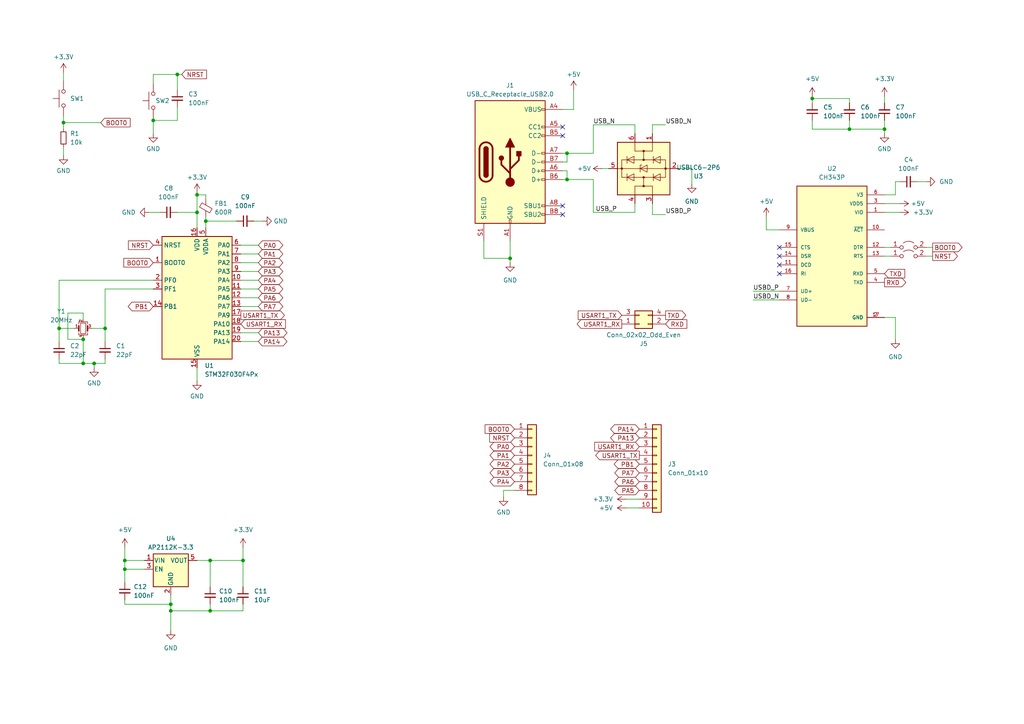
<source format=kicad_sch>
(kicad_sch (version 20231120) (generator "eeschema") (generator_version "8.0")
  (paper "A4")
  (lib_symbols
    (symbol "CH343P:CH343P" (pin_names (offset 1.016))
      (property "Reference" "U" (at -10.16 21.082 0))
      (property "Value" "CH343P" (at -10.16 -22.86 0))
      (symbol "CH343P_0_0"
        (rectangle (start -10.16 -20.32) (end 10.16 20.32) (stroke (width 0.254)) (fill (type background)))
        (pin power_in line (at 15.24 12.7 180) (length 5.08) (name "VIO") (number "1"))
        (pin output line (at 15.24 7.62 180) (length 5.08) (name "~{ACT}") (number "10"))
        (pin input line (at -15.24 -2.54 0) (length 5.08) (name "DCD") (number "11"))
        (pin output line (at 15.24 2.54 180) (length 5.08) (name "DTR") (number "12"))
        (pin output line (at 15.24 0 180) (length 5.08) (name "RTS") (number "13"))
        (pin input line (at -15.24 0 0) (length 5.08) (name "DSR") (number "14"))
        (pin input line (at -15.24 2.54 0) (length 5.08) (name "CTS") (number "15"))
        (pin input line (at -15.24 -5.08 0) (length 5.08) (name "RI") (number "16"))
        (pin power_in line (at 15.24 -17.78 180) (length 5.08) (name "GND") (number "17"))
        (pin power_in line (at 15.24 -17.78 180) (length 5.08) (name "GND") (number "2"))
        (pin power_in line (at 15.24 15.24 180) (length 5.08) (name "VDD5") (number "3"))
        (pin output line (at 15.24 -7.62 180) (length 5.08) (name "TXD") (number "4"))
        (pin input line (at 15.24 -5.08 180) (length 5.08) (name "RXD") (number "5"))
        (pin power_in line (at 15.24 17.78 180) (length 5.08) (name "V3") (number "6"))
        (pin bidirectional line (at -15.24 -10.16 0) (length 5.08) (name "UD+") (number "7"))
        (pin bidirectional line (at -15.24 -12.7 0) (length 5.08) (name "UD-") (number "8"))
        (pin input line (at -15.24 7.62 0) (length 5.08) (name "VBUS") (number "9"))
      )
    )
    (symbol "Connector:USB_C_Receptacle_USB2.0" (pin_names (offset 1.016))
      (property "Reference" "J" (at -10.16 19.05 0))
      (property "Value" "USB_C_Receptacle_USB2.0" (at 19.05 19.05 0))
      (symbol "USB_C_Receptacle_USB2.0_0_0"
        (rectangle (start -0.254 -17.78) (end 0.254 -16.764))
        (rectangle (start 10.16 -14.986) (end 9.144 -15.494))
        (rectangle (start 10.16 -12.446) (end 9.144 -12.954))
        (rectangle (start 10.16 -4.826) (end 9.144 -5.334))
        (rectangle (start 10.16 -2.286) (end 9.144 -2.794))
        (rectangle (start 10.16 0.254) (end 9.144 -0.254))
        (rectangle (start 10.16 2.794) (end 9.144 2.286))
        (rectangle (start 10.16 7.874) (end 9.144 7.366))
        (rectangle (start 10.16 10.414) (end 9.144 9.906))
        (rectangle (start 10.16 15.494) (end 9.144 14.986))
      )
      (symbol "USB_C_Receptacle_USB2.0_0_1"
        (rectangle (start -10.16 17.78) (end 10.16 -17.78) (stroke (width 0.254)) (fill (type background)))
        (arc (start -8.89 -3.81) (mid -6.985 -5.7067) (end -5.08 -3.81) (stroke (width 0.508)))
        (arc (start -7.62 -3.81) (mid -6.985 -4.4423) (end -6.35 -3.81) (stroke (width 0.254)))
        (arc (start -7.62 -3.81) (mid -6.985 -4.4423) (end -6.35 -3.81) (stroke (width 0.254)) (fill (type outline)))
        (rectangle (start -7.62 -3.81) (end -6.35 3.81) (stroke (width 0.254)) (fill (type outline)))
        (arc (start -6.35 3.81) (mid -6.985 4.4423) (end -7.62 3.81) (stroke (width 0.254)))
        (arc (start -6.35 3.81) (mid -6.985 4.4423) (end -7.62 3.81) (stroke (width 0.254)) (fill (type outline)))
        (arc (start -5.08 3.81) (mid -6.985 5.7067) (end -8.89 3.81) (stroke (width 0.508)))
        (circle (center -2.54 1.143) (radius 0.635) (stroke (width 0.254)) (fill (type outline)))
        (circle (center 0 -5.842) (radius 1.27) (fill (type outline)))
        (polyline (pts (xy -8.89 -3.81) (xy -8.89 3.81)) (stroke (width 0.508)))
        (polyline (pts (xy -5.08 3.81) (xy -5.08 -3.81)) (stroke (width 0.508)))
        (polyline (pts (xy 0 -5.842) (xy 0 4.318)) (stroke (width 0.508)))
        (polyline (pts (xy 0 -3.302) (xy -2.54 -0.762) (xy -2.54 0.508)) (stroke (width 0.508)))
        (polyline (pts (xy 0 -2.032) (xy 2.54 0.508) (xy 2.54 1.778)) (stroke (width 0.508)))
        (polyline (pts (xy -1.27 4.318) (xy 0 6.858) (xy 1.27 4.318) (xy -1.27 4.318)) (stroke (width 0.254)) (fill (type outline)))
        (rectangle (start 1.905 1.778) (end 3.175 3.048) (stroke (width 0.254)) (fill (type outline)))
      )
      (symbol "USB_C_Receptacle_USB2.0_1_1"
        (pin passive line (at 0 -22.86 90) (length 5.08) (name "GND") (number "A1"))
        (pin passive line (at 0 -22.86 90) (length 5.08) hide (name "GND") (number "A12"))
        (pin passive line (at 15.24 15.24 180) (length 5.08) (name "VBUS") (number "A4"))
        (pin bidirectional line (at 15.24 10.16 180) (length 5.08) (name "CC1") (number "A5"))
        (pin bidirectional line (at 15.24 -2.54 180) (length 5.08) (name "D+") (number "A6"))
        (pin bidirectional line (at 15.24 2.54 180) (length 5.08) (name "D-") (number "A7"))
        (pin bidirectional line (at 15.24 -12.7 180) (length 5.08) (name "SBU1") (number "A8"))
        (pin passive line (at 15.24 15.24 180) (length 5.08) hide (name "VBUS") (number "A9"))
        (pin passive line (at 0 -22.86 90) (length 5.08) hide (name "GND") (number "B1"))
        (pin passive line (at 0 -22.86 90) (length 5.08) hide (name "GND") (number "B12"))
        (pin passive line (at 15.24 15.24 180) (length 5.08) hide (name "VBUS") (number "B4"))
        (pin bidirectional line (at 15.24 7.62 180) (length 5.08) (name "CC2") (number "B5"))
        (pin bidirectional line (at 15.24 -5.08 180) (length 5.08) (name "D+") (number "B6"))
        (pin bidirectional line (at 15.24 0 180) (length 5.08) (name "D-") (number "B7"))
        (pin bidirectional line (at 15.24 -15.24 180) (length 5.08) (name "SBU2") (number "B8"))
        (pin passive line (at 15.24 15.24 180) (length 5.08) hide (name "VBUS") (number "B9"))
        (pin passive line (at -7.62 -22.86 90) (length 5.08) (name "SHIELD") (number "S1"))
      )
    )
    (symbol "Connector_Generic:Conn_01x08" (pin_names (offset 1.016) hide)
      (property "Reference" "J" (at 0 10.16 0))
      (property "Value" "Conn_01x08" (at 0 -12.7 0))
      (symbol "Conn_01x08_1_1"
        (rectangle (start -1.27 -10.033) (end 0 -10.287) (stroke (width 0.1524)))
        (rectangle (start -1.27 -7.493) (end 0 -7.747) (stroke (width 0.1524)))
        (rectangle (start -1.27 -4.953) (end 0 -5.207) (stroke (width 0.1524)))
        (rectangle (start -1.27 -2.413) (end 0 -2.667) (stroke (width 0.1524)))
        (rectangle (start -1.27 0.127) (end 0 -0.127) (stroke (width 0.1524)))
        (rectangle (start -1.27 2.667) (end 0 2.413) (stroke (width 0.1524)))
        (rectangle (start -1.27 5.207) (end 0 4.953) (stroke (width 0.1524)))
        (rectangle (start -1.27 7.747) (end 0 7.493) (stroke (width 0.1524)))
        (rectangle (start -1.27 8.89) (end 1.27 -11.43) (stroke (width 0.254)) (fill (type background)))
        (pin passive line (at -5.08 7.62 0) (length 3.81) (name "Pin_1") (number "1"))
        (pin passive line (at -5.08 5.08 0) (length 3.81) (name "Pin_2") (number "2"))
        (pin passive line (at -5.08 2.54 0) (length 3.81) (name "Pin_3") (number "3"))
        (pin passive line (at -5.08 0 0) (length 3.81) (name "Pin_4") (number "4"))
        (pin passive line (at -5.08 -2.54 0) (length 3.81) (name "Pin_5") (number "5"))
        (pin passive line (at -5.08 -5.08 0) (length 3.81) (name "Pin_6") (number "6"))
        (pin passive line (at -5.08 -7.62 0) (length 3.81) (name "Pin_7") (number "7"))
        (pin passive line (at -5.08 -10.16 0) (length 3.81) (name "Pin_8") (number "8"))
      )
    )
    (symbol "Connector_Generic:Conn_01x10" (pin_names (offset 1.016) hide)
      (property "Reference" "J" (at 0 12.7 0))
      (property "Value" "Conn_01x10" (at 0 -15.24 0))
      (symbol "Conn_01x10_1_1"
        (rectangle (start -1.27 -12.573) (end 0 -12.827) (stroke (width 0.1524)))
        (rectangle (start -1.27 -10.033) (end 0 -10.287) (stroke (width 0.1524)))
        (rectangle (start -1.27 -7.493) (end 0 -7.747) (stroke (width 0.1524)))
        (rectangle (start -1.27 -4.953) (end 0 -5.207) (stroke (width 0.1524)))
        (rectangle (start -1.27 -2.413) (end 0 -2.667) (stroke (width 0.1524)))
        (rectangle (start -1.27 0.127) (end 0 -0.127) (stroke (width 0.1524)))
        (rectangle (start -1.27 2.667) (end 0 2.413) (stroke (width 0.1524)))
        (rectangle (start -1.27 5.207) (end 0 4.953) (stroke (width 0.1524)))
        (rectangle (start -1.27 7.747) (end 0 7.493) (stroke (width 0.1524)))
        (rectangle (start -1.27 10.287) (end 0 10.033) (stroke (width 0.1524)))
        (rectangle (start -1.27 11.43) (end 1.27 -13.97) (stroke (width 0.254)) (fill (type background)))
        (pin passive line (at -5.08 10.16 0) (length 3.81) (name "Pin_1") (number "1"))
        (pin passive line (at -5.08 -12.7 0) (length 3.81) (name "Pin_10") (number "10"))
        (pin passive line (at -5.08 7.62 0) (length 3.81) (name "Pin_2") (number "2"))
        (pin passive line (at -5.08 5.08 0) (length 3.81) (name "Pin_3") (number "3"))
        (pin passive line (at -5.08 2.54 0) (length 3.81) (name "Pin_4") (number "4"))
        (pin passive line (at -5.08 0 0) (length 3.81) (name "Pin_5") (number "5"))
        (pin passive line (at -5.08 -2.54 0) (length 3.81) (name "Pin_6") (number "6"))
        (pin passive line (at -5.08 -5.08 0) (length 3.81) (name "Pin_7") (number "7"))
        (pin passive line (at -5.08 -7.62 0) (length 3.81) (name "Pin_8") (number "8"))
        (pin passive line (at -5.08 -10.16 0) (length 3.81) (name "Pin_9") (number "9"))
      )
    )
    (symbol "Connector_Generic:Conn_02x02_Odd_Even" (pin_names (offset 1.016) hide)
      (property "Reference" "J" (at 1.27 2.54 0))
      (property "Value" "Conn_02x02_Odd_Even" (at 1.27 -5.08 0))
      (symbol "Conn_02x02_Odd_Even_1_1"
        (rectangle (start -1.27 -2.413) (end 0 -2.667) (stroke (width 0.1524)))
        (rectangle (start -1.27 0.127) (end 0 -0.127) (stroke (width 0.1524)))
        (rectangle (start -1.27 1.27) (end 3.81 -3.81) (stroke (width 0.254)) (fill (type background)))
        (rectangle (start 3.81 -2.413) (end 2.54 -2.667) (stroke (width 0.1524)))
        (rectangle (start 3.81 0.127) (end 2.54 -0.127) (stroke (width 0.1524)))
        (pin passive line (at -5.08 0 0) (length 3.81) (name "Pin_1") (number "1"))
        (pin passive line (at 7.62 0 180) (length 3.81) (name "Pin_2") (number "2"))
        (pin passive line (at -5.08 -2.54 0) (length 3.81) (name "Pin_3") (number "3"))
        (pin passive line (at 7.62 -2.54 180) (length 3.81) (name "Pin_4") (number "4"))
      )
    )
    (symbol "Device:C_Small" (pin_numbers hide) (pin_names (offset 0.254) hide)
      (property "Reference" "C" (at 0.254 1.778 0))
      (property "Value" "C_Small" (at 0.254 -2.032 0))
      (symbol "C_Small_0_1"
        (polyline (pts (xy -1.524 -0.508) (xy 1.524 -0.508)) (stroke (width 0.3302)))
        (polyline (pts (xy -1.524 0.508) (xy 1.524 0.508)) (stroke (width 0.3048)))
      )
      (symbol "C_Small_1_1"
        (pin passive line (at 0 2.54 270) (length 2.032) (name "~") (number "1"))
        (pin passive line (at 0 -2.54 90) (length 2.032) (name "~") (number "2"))
      )
    )
    (symbol "Device:Crystal_GND24_Small" (pin_names (offset 1.016) hide)
      (property "Reference" "Y" (at 1.27 4.445 0))
      (property "Value" "Crystal_GND24_Small" (at 1.27 2.54 0))
      (symbol "Crystal_GND24_Small_0_1"
        (rectangle (start -0.762 -1.524) (end 0.762 1.524))
        (polyline (pts (xy -1.27 -0.762) (xy -1.27 0.762)) (stroke (width 0.381)))
        (polyline (pts (xy 1.27 -0.762) (xy 1.27 0.762)) (stroke (width 0.381)))
        (polyline (pts (xy -1.27 -1.27) (xy -1.27 -1.905) (xy 1.27 -1.905) (xy 1.27 -1.27)))
        (polyline (pts (xy -1.27 1.27) (xy -1.27 1.905) (xy 1.27 1.905) (xy 1.27 1.27)))
      )
      (symbol "Crystal_GND24_Small_1_1"
        (pin passive line (at -2.54 0 0) (length 1.27) (name "1") (number "1"))
        (pin passive line (at 0 -2.54 90) (length 0.635) (name "2") (number "2"))
        (pin passive line (at 2.54 0 180) (length 1.27) (name "3") (number "3"))
        (pin passive line (at 0 2.54 270) (length 0.635) (name "4") (number "4"))
      )
    )
    (symbol "Device:FerriteBead_Small" (pin_numbers hide) (pin_names (offset 0))
      (property "Reference" "FB" (at 1.905 1.27 0))
      (property "Value" "FerriteBead_Small" (at 1.905 -1.27 0))
      (symbol "FerriteBead_Small_0_1"
        (polyline (pts (xy 0 -1.27) (xy 0 -0.7874)))
        (polyline (pts (xy 0 0.889) (xy 0 1.2954)))
        (polyline (pts (xy -1.8288 0.2794) (xy -1.1176 1.4986) (xy 1.8288 -0.2032) (xy 1.1176 -1.4224) (xy -1.8288 0.2794)))
      )
      (symbol "FerriteBead_Small_1_1"
        (pin passive line (at 0 2.54 270) (length 1.27) (name "~") (number "1"))
        (pin passive line (at 0 -2.54 90) (length 1.27) (name "~") (number "2"))
      )
    )
    (symbol "Device:R_Small" (pin_numbers hide) (pin_names (offset 0.254) hide)
      (property "Reference" "R" (at 0.762 0.508 0))
      (property "Value" "R_Small" (at 0.762 -1.016 0))
      (symbol "R_Small_0_1"
        (rectangle (start -0.762 1.778) (end 0.762 -1.778) (stroke (width 0.2032)))
      )
      (symbol "R_Small_1_1"
        (pin passive line (at 0 2.54 270) (length 0.762) (name "~") (number "1"))
        (pin passive line (at 0 -2.54 90) (length 0.762) (name "~") (number "2"))
      )
    )
    (symbol "Jumper:Jumper_2_Open" (pin_names (offset 0) hide)
      (property "Reference" "JP" (at 0 2.794 0))
      (property "Value" "Jumper_2_Open" (at 0 -2.286 0))
      (symbol "Jumper_2_Open_0_0"
        (circle (center -2.032 0) (radius 0.508))
        (circle (center 2.032 0) (radius 0.508))
      )
      (symbol "Jumper_2_Open_0_1"
        (arc (start 1.524 1.27) (mid 0 1.778) (end -1.524 1.27))
      )
      (symbol "Jumper_2_Open_1_1"
        (pin passive line (at -5.08 0 0) (length 2.54) (name "A") (number "1"))
        (pin passive line (at 5.08 0 180) (length 2.54) (name "B") (number "2"))
      )
    )
    (symbol "MCU_ST_STM32F0:STM32F030F4Px"
      (property "Reference" "U" (at -10.16 19.05 0))
      (property "Value" "STM32F030F4Px" (at 5.08 19.05 0))
      (symbol "STM32F030F4Px_0_1"
        (rectangle (start -10.16 -17.78) (end 10.16 17.78) (stroke (width 0.254)) (fill (type background)))
      )
      (symbol "STM32F030F4Px_1_1"
        (pin input line (at -12.7 10.16 0) (length 2.54) (name "BOOT0") (number "1"))
        (pin bidirectional line (at 12.7 5.08 180) (length 2.54) (name "PA4") (number "10"))
        (pin bidirectional line (at 12.7 2.54 180) (length 2.54) (name "PA5") (number "11"))
        (pin bidirectional line (at 12.7 0 180) (length 2.54) (name "PA6") (number "12"))
        (pin bidirectional line (at 12.7 -2.54 180) (length 2.54) (name "PA7") (number "13"))
        (pin bidirectional line (at -12.7 -2.54 0) (length 2.54) (name "PB1") (number "14"))
        (pin power_in line (at 0 -20.32 90) (length 2.54) (name "VSS") (number "15"))
        (pin power_in line (at 0 20.32 270) (length 2.54) (name "VDD") (number "16"))
        (pin bidirectional line (at 12.7 -5.08 180) (length 2.54) (name "PA9") (number "17"))
        (pin bidirectional line (at 12.7 -7.62 180) (length 2.54) (name "PA10") (number "18"))
        (pin bidirectional line (at 12.7 -10.16 180) (length 2.54) (name "PA13") (number "19"))
        (pin bidirectional line (at -12.7 5.08 0) (length 2.54) (name "PF0") (number "2"))
        (pin bidirectional line (at 12.7 -12.7 180) (length 2.54) (name "PA14") (number "20"))
        (pin bidirectional line (at -12.7 2.54 0) (length 2.54) (name "PF1") (number "3"))
        (pin input line (at -12.7 15.24 0) (length 2.54) (name "NRST") (number "4"))
        (pin power_in line (at 2.54 20.32 270) (length 2.54) (name "VDDA") (number "5"))
        (pin bidirectional line (at 12.7 15.24 180) (length 2.54) (name "PA0") (number "6"))
        (pin bidirectional line (at 12.7 12.7 180) (length 2.54) (name "PA1") (number "7"))
        (pin bidirectional line (at 12.7 10.16 180) (length 2.54) (name "PA2") (number "8"))
        (pin bidirectional line (at 12.7 7.62 180) (length 2.54) (name "PA3") (number "9"))
      )
    )
    (symbol "Power_Protection:USBLC6-2P6" (pin_names hide)
      (property "Reference" "U" (at 2.54 8.89 0))
      (property "Value" "USBLC6-2P6" (at 2.54 -8.89 0))
      (symbol "USBLC6-2P6_0_1"
        (rectangle (start -7.62 -7.62) (end 7.62 7.62) (stroke (width 0.254)) (fill (type background)))
        (circle (center -5.08 0) (radius 0.254) (fill (type outline)))
        (circle (center -2.54 0) (radius 0.254) (fill (type outline)))
        (rectangle (start -2.54 6.35) (end 2.54 -6.35))
        (circle (center 0 -6.35) (radius 0.254) (fill (type outline)))
        (polyline (pts (xy -5.08 -2.54) (xy -7.62 -2.54)))
        (polyline (pts (xy -5.08 0) (xy -5.08 -2.54)))
        (polyline (pts (xy -5.08 2.54) (xy -7.62 2.54)))
        (polyline (pts (xy -1.524 -2.794) (xy -3.556 -2.794)))
        (polyline (pts (xy -1.524 4.826) (xy -3.556 4.826)))
        (polyline (pts (xy 0 -7.62) (xy 0 -6.35)))
        (polyline (pts (xy 0 -6.35) (xy 0 1.27)))
        (polyline (pts (xy 0 1.27) (xy 0 6.35)))
        (polyline (pts (xy 0 6.35) (xy 0 7.62)))
        (polyline (pts (xy 1.524 -2.794) (xy 3.556 -2.794)))
        (polyline (pts (xy 1.524 4.826) (xy 3.556 4.826)))
        (polyline (pts (xy 5.08 -2.54) (xy 7.62 -2.54)))
        (polyline (pts (xy 5.08 0) (xy 5.08 -2.54)))
        (polyline (pts (xy 5.08 2.54) (xy 7.62 2.54)))
        (polyline (pts (xy -2.54 0) (xy -5.08 0) (xy -5.08 2.54)))
        (polyline (pts (xy 2.54 0) (xy 5.08 0) (xy 5.08 2.54)))
        (polyline (pts (xy -3.556 -4.826) (xy -1.524 -4.826) (xy -2.54 -2.794) (xy -3.556 -4.826)))
        (polyline (pts (xy -3.556 2.794) (xy -1.524 2.794) (xy -2.54 4.826) (xy -3.556 2.794)))
        (polyline (pts (xy -1.016 -1.016) (xy 1.016 -1.016) (xy 0 1.016) (xy -1.016 -1.016)))
        (polyline (pts (xy 1.016 1.016) (xy 0.762 1.016) (xy -1.016 1.016) (xy -1.016 0.508)))
        (polyline (pts (xy 3.556 -4.826) (xy 1.524 -4.826) (xy 2.54 -2.794) (xy 3.556 -4.826)))
        (polyline (pts (xy 3.556 2.794) (xy 1.524 2.794) (xy 2.54 4.826) (xy 3.556 2.794)))
        (circle (center 0 6.35) (radius 0.254) (fill (type outline)))
        (circle (center 2.54 0) (radius 0.254) (fill (type outline)))
        (circle (center 5.08 0) (radius 0.254) (fill (type outline)))
      )
      (symbol "USBLC6-2P6_1_1"
        (pin passive line (at -10.16 -2.54 0) (length 2.54) (name "I/O1") (number "1"))
        (pin passive line (at 0 -10.16 90) (length 2.54) (name "GND") (number "2"))
        (pin passive line (at 10.16 -2.54 180) (length 2.54) (name "I/O2") (number "3"))
        (pin passive line (at 10.16 2.54 180) (length 2.54) (name "I/O2") (number "4"))
        (pin passive line (at 0 10.16 270) (length 2.54) (name "VBUS") (number "5"))
        (pin passive line (at -10.16 2.54 0) (length 2.54) (name "I/O1") (number "6"))
      )
    )
    (symbol "Regulator_Linear:AP2112K-3.3" (pin_names (offset 0.254))
      (property "Reference" "U" (at -5.08 5.715 0))
      (property "Value" "AP2112K-3.3" (at 0 5.715 0))
      (symbol "AP2112K-3.3_0_1"
        (rectangle (start -5.08 4.445) (end 5.08 -5.08) (stroke (width 0.254)) (fill (type background)))
      )
      (symbol "AP2112K-3.3_1_1"
        (pin power_in line (at -7.62 2.54 0) (length 2.54) (name "VIN") (number "1"))
        (pin power_in line (at 0 -7.62 90) (length 2.54) (name "GND") (number "2"))
        (pin input line (at -7.62 0 0) (length 2.54) (name "EN") (number "3"))
        (pin no_connect line (at 5.08 0 180) (length 2.54) hide (name "NC") (number "4"))
        (pin power_out line (at 7.62 2.54 180) (length 2.54) (name "VOUT") (number "5"))
      )
    )
    (symbol "Switch:SW_Push" (pin_numbers hide) (pin_names (offset 1.016) hide)
      (property "Reference" "SW" (at 1.27 2.54 0))
      (property "Value" "SW_Push" (at 0 -1.524 0))
      (symbol "SW_Push_0_1"
        (circle (center -2.032 0) (radius 0.508))
        (polyline (pts (xy 0 1.27) (xy 0 3.048)))
        (polyline (pts (xy 2.54 1.27) (xy -2.54 1.27)))
        (circle (center 2.032 0) (radius 0.508))
        (pin passive line (at -5.08 0 0) (length 2.54) (name "1") (number "1"))
        (pin passive line (at 5.08 0 180) (length 2.54) (name "2") (number "2"))
      )
    )
    (symbol "power:+3.3V" (power) (pin_names (offset 0))
      (property "Value" "+3.3V" (at 0 3.556 0))
      (symbol "+3.3V_0_1"
        (polyline (pts (xy -0.762 1.27) (xy 0 2.54)))
        (polyline (pts (xy 0 0) (xy 0 2.54)))
        (polyline (pts (xy 0 2.54) (xy 0.762 1.27)))
      )
      (symbol "+3.3V_1_1"
        (pin power_in line (at 0 0 90) (length 0) hide (name "+3.3V") (number "1"))
      )
    )
    (symbol "power:+5V" (power) (pin_names (offset 0))
      (property "Value" "+5V" (at 0 3.556 0))
      (symbol "+5V_0_1"
        (polyline (pts (xy -0.762 1.27) (xy 0 2.54)))
        (polyline (pts (xy 0 0) (xy 0 2.54)))
        (polyline (pts (xy 0 2.54) (xy 0.762 1.27)))
      )
      (symbol "+5V_1_1"
        (pin power_in line (at 0 0 90) (length 0) hide (name "+5V") (number "1"))
      )
    )
    (symbol "power:GND" (power) (pin_names (offset 0))
      (property "Value" "GND" (at 0 -3.81 0))
      (symbol "GND_0_1"
        (polyline (pts (xy 0 0) (xy 0 -1.27) (xy 1.27 -1.27) (xy 0 -2.54) (xy -1.27 -1.27) (xy 0 -1.27)))
      )
      (symbol "GND_1_1"
        (pin power_in line (at 0 0 270) (length 0) hide (name "GND") (number "1"))
      )
    )
  )
  (junction (at 164.465 44.45))
  (junction (at 36.195 162.56))
  (junction (at 164.465 52.07))
  (junction (at 246.38 37.465))
  (junction (at 57.15 56.515))
  (junction (at 49.53 175.26))
  (junction (at 44.45 34.925))
  (junction (at 147.955 74.93))
  (junction (at 24.13 98.425))
  (junction (at 59.69 64.135))
  (junction (at 256.54 37.465))
  (junction (at 30.48 95.25))
  (junction (at 27.305 105.41))
  (junction (at 235.585 28.575))
  (junction (at 17.145 95.25))
  (junction (at 18.415 35.56))
  (junction (at 24.13 105.41))
  (junction (at 51.435 21.59))
  (junction (at 49.53 177.165))
  (junction (at 60.96 162.56))
  (junction (at 36.195 165.1))
  (junction (at 60.96 177.165))
  (junction (at 70.485 162.56))
  (junction (at 57.15 61.595))
  (no_connect (at 226.06 79.375))
  (no_connect (at 226.06 74.295))
  (no_connect (at 226.06 76.835))
  (no_connect (at 163.195 36.83))
  (no_connect (at 163.195 39.37))
  (no_connect (at 163.195 59.69))
  (no_connect (at 163.195 62.23))
  (no_connect (at 226.06 71.755))
  (wire (pts (xy 164.465 49.53) (xy 164.465 52.07)))
  (wire (pts (xy 19.685 98.425) (xy 24.13 98.425)))
  (wire (pts (xy 70.485 158.75) (xy 70.485 162.56)))
  (wire (pts (xy 60.96 175.26) (xy 60.96 177.165)))
  (wire (pts (xy 73.66 64.135) (xy 76.2 64.135)))
  (wire (pts (xy 256.54 27.94) (xy 256.54 29.845)))
  (wire (pts (xy 44.45 34.29) (xy 44.45 34.925)))
  (wire (pts (xy 57.15 56.515) (xy 59.69 56.515)))
  (wire (pts (xy 70.485 170.18) (xy 70.485 162.56)))
  (wire (pts (xy 18.415 20.955) (xy 18.415 23.495)))
  (wire (pts (xy 43.18 61.595) (xy 46.355 61.595)))
  (wire (pts (xy 147.955 74.93) (xy 147.955 76.2)))
  (wire (pts (xy 57.15 61.595) (xy 57.15 66.04)))
  (wire (pts (xy 268.605 74.295) (xy 270.51 74.295)))
  (wire (pts (xy 18.415 42.545) (xy 18.415 45.085)))
  (wire (pts (xy 59.69 64.135) (xy 59.69 66.04)))
  (wire (pts (xy 24.13 98.425) (xy 24.13 105.41)))
  (wire (pts (xy 172.085 36.195) (xy 172.085 44.45)))
  (wire (pts (xy 36.195 165.1) (xy 36.195 168.91)))
  (wire (pts (xy 235.585 27.94) (xy 235.585 28.575)))
  (wire (pts (xy 69.85 81.28) (xy 74.93 81.28)))
  (wire (pts (xy 70.485 162.56) (xy 60.96 162.56)))
  (wire (pts (xy 172.085 61.595) (xy 184.15 61.595)))
  (wire (pts (xy 259.715 56.515) (xy 256.54 56.515)))
  (wire (pts (xy 69.85 86.36) (xy 74.93 86.36)))
  (wire (pts (xy 19.685 90.805) (xy 19.685 98.425)))
  (wire (pts (xy 69.85 88.9) (xy 74.93 88.9)))
  (wire (pts (xy 51.435 34.925) (xy 44.45 34.925)))
  (wire (pts (xy 268.605 71.755) (xy 270.51 71.755)))
  (wire (pts (xy 140.335 74.93) (xy 140.335 69.85)))
  (wire (pts (xy 36.195 162.56) (xy 41.91 162.56)))
  (wire (pts (xy 184.15 61.595) (xy 184.15 59.055)))
  (wire (pts (xy 256.54 37.465) (xy 256.54 34.925)))
  (wire (pts (xy 184.15 36.195) (xy 172.085 36.195)))
  (wire (pts (xy 60.96 170.18) (xy 60.96 162.56)))
  (wire (pts (xy 164.465 52.07) (xy 172.085 52.07)))
  (wire (pts (xy 256.54 59.055) (xy 260.985 59.055)))
  (wire (pts (xy 18.415 33.655) (xy 18.415 35.56)))
  (wire (pts (xy 235.585 28.575) (xy 235.585 29.845)))
  (wire (pts (xy 218.44 86.995) (xy 226.06 86.995)))
  (wire (pts (xy 24.13 90.805) (xy 19.685 90.805)))
  (wire (pts (xy 69.85 71.12) (xy 74.93 71.12)))
  (wire (pts (xy 17.145 105.41) (xy 24.13 105.41)))
  (wire (pts (xy 21.59 95.25) (xy 17.145 95.25)))
  (wire (pts (xy 266.065 52.705) (xy 268.605 52.705)))
  (wire (pts (xy 164.465 44.45) (xy 172.085 44.45)))
  (wire (pts (xy 260.985 52.705) (xy 259.715 52.705)))
  (wire (pts (xy 49.53 175.26) (xy 49.53 172.72)))
  (wire (pts (xy 164.465 52.07) (xy 163.195 52.07)))
  (wire (pts (xy 146.05 144.145) (xy 146.05 142.24)))
  (wire (pts (xy 59.69 57.785) (xy 59.69 56.515)))
  (wire (pts (xy 44.45 21.59) (xy 44.45 24.13)))
  (wire (pts (xy 24.13 92.71) (xy 24.13 90.805)))
  (wire (pts (xy 200.66 53.34) (xy 200.66 48.895)))
  (wire (pts (xy 69.85 73.66) (xy 74.93 73.66)))
  (wire (pts (xy 36.195 165.1) (xy 36.195 162.56)))
  (wire (pts (xy 200.66 48.895) (xy 196.85 48.895)))
  (wire (pts (xy 30.48 95.25) (xy 30.48 99.06)))
  (wire (pts (xy 235.585 37.465) (xy 246.38 37.465)))
  (wire (pts (xy 259.715 98.425) (xy 259.715 92.075)))
  (wire (pts (xy 69.85 96.52) (xy 74.93 96.52)))
  (wire (pts (xy 51.435 31.115) (xy 51.435 34.925)))
  (wire (pts (xy 44.45 34.925) (xy 44.45 38.735)))
  (wire (pts (xy 41.91 165.1) (xy 36.195 165.1)))
  (wire (pts (xy 163.195 46.99) (xy 164.465 46.99)))
  (wire (pts (xy 256.54 74.295) (xy 258.445 74.295)))
  (wire (pts (xy 218.44 84.455) (xy 226.06 84.455)))
  (wire (pts (xy 27.305 105.41) (xy 27.305 106.68)))
  (wire (pts (xy 69.85 76.2) (xy 74.93 76.2)))
  (wire (pts (xy 193.04 36.195) (xy 189.23 36.195)))
  (wire (pts (xy 164.465 46.99) (xy 164.465 44.45)))
  (wire (pts (xy 146.05 142.24) (xy 149.225 142.24)))
  (wire (pts (xy 30.48 105.41) (xy 30.48 104.14)))
  (wire (pts (xy 36.195 175.26) (xy 49.53 175.26)))
  (wire (pts (xy 69.85 83.82) (xy 74.93 83.82)))
  (wire (pts (xy 184.15 38.735) (xy 184.15 36.195)))
  (wire (pts (xy 181.61 147.32) (xy 185.42 147.32)))
  (wire (pts (xy 17.145 95.25) (xy 17.145 81.28)))
  (wire (pts (xy 166.37 31.75) (xy 163.195 31.75)))
  (wire (pts (xy 44.45 83.82) (xy 30.48 83.82)))
  (wire (pts (xy 57.15 55.88) (xy 57.15 56.515)))
  (wire (pts (xy 17.145 95.25) (xy 17.145 99.06)))
  (wire (pts (xy 246.38 37.465) (xy 256.54 37.465)))
  (wire (pts (xy 60.96 177.165) (xy 49.53 177.165)))
  (wire (pts (xy 256.54 61.595) (xy 260.985 61.595)))
  (wire (pts (xy 259.715 92.075) (xy 256.54 92.075)))
  (wire (pts (xy 193.04 62.23) (xy 189.23 62.23)))
  (wire (pts (xy 30.48 83.82) (xy 30.48 95.25)))
  (wire (pts (xy 49.53 182.88) (xy 49.53 177.165)))
  (wire (pts (xy 51.435 61.595) (xy 57.15 61.595)))
  (wire (pts (xy 256.54 71.755) (xy 258.445 71.755)))
  (wire (pts (xy 29.21 35.56) (xy 18.415 35.56)))
  (wire (pts (xy 36.195 173.99) (xy 36.195 175.26)))
  (wire (pts (xy 27.305 105.41) (xy 24.13 105.41)))
  (wire (pts (xy 60.96 162.56) (xy 57.15 162.56)))
  (wire (pts (xy 17.145 81.28) (xy 44.45 81.28)))
  (wire (pts (xy 57.15 56.515) (xy 57.15 61.595)))
  (wire (pts (xy 59.69 62.865) (xy 59.69 64.135)))
  (wire (pts (xy 222.25 62.865) (xy 222.25 66.675)))
  (wire (pts (xy 70.485 177.165) (xy 60.96 177.165)))
  (wire (pts (xy 246.38 34.925) (xy 246.38 37.465)))
  (wire (pts (xy 51.435 21.59) (xy 51.435 26.035)))
  (wire (pts (xy 259.715 52.705) (xy 259.715 56.515)))
  (wire (pts (xy 49.53 177.165) (xy 49.53 175.26)))
  (wire (pts (xy 70.485 175.26) (xy 70.485 177.165)))
  (wire (pts (xy 166.37 26.035) (xy 166.37 31.75)))
  (wire (pts (xy 172.085 52.07) (xy 172.085 61.595)))
  (wire (pts (xy 59.69 64.135) (xy 68.58 64.135)))
  (wire (pts (xy 24.13 98.425) (xy 24.13 97.79)))
  (wire (pts (xy 17.145 104.14) (xy 17.145 105.41)))
  (wire (pts (xy 163.195 49.53) (xy 164.465 49.53)))
  (wire (pts (xy 27.305 105.41) (xy 30.48 105.41)))
  (wire (pts (xy 189.23 36.195) (xy 189.23 38.735)))
  (wire (pts (xy 163.195 44.45) (xy 164.465 44.45)))
  (wire (pts (xy 246.38 29.845) (xy 246.38 28.575)))
  (wire (pts (xy 189.23 62.23) (xy 189.23 59.055)))
  (wire (pts (xy 174.625 48.895) (xy 176.53 48.895)))
  (wire (pts (xy 18.415 35.56) (xy 18.415 37.465)))
  (wire (pts (xy 147.955 74.93) (xy 140.335 74.93)))
  (wire (pts (xy 36.195 158.75) (xy 36.195 162.56)))
  (wire (pts (xy 222.25 66.675) (xy 226.06 66.675)))
  (wire (pts (xy 256.54 37.465) (xy 256.54 38.735)))
  (wire (pts (xy 69.85 99.06) (xy 74.93 99.06)))
  (wire (pts (xy 147.955 69.85) (xy 147.955 74.93)))
  (wire (pts (xy 235.585 34.925) (xy 235.585 37.465)))
  (wire (pts (xy 69.85 78.74) (xy 74.93 78.74)))
  (wire (pts (xy 57.15 106.68) (xy 57.15 110.49)))
  (wire (pts (xy 246.38 28.575) (xy 235.585 28.575)))
  (wire (pts (xy 181.61 144.78) (xy 185.42 144.78)))
  (wire (pts (xy 30.48 95.25) (xy 26.67 95.25)))
  (wire (pts (xy 44.45 21.59) (xy 51.435 21.59)))
  (wire (pts (xy 51.435 21.59) (xy 52.705 21.59)))
  (label "USBD_N" (at 218.44 86.995 0))
  (label "USBD_P" (at 218.44 84.455 0))
  (label "USB_P" (at 172.72 61.595 0))
  (label "USBD_P" (at 193.04 62.23 0))
  (label "USBD_N" (at 193.04 36.195 0))
  (label "USB_N" (at 172.085 36.195 0))
  (global_label "PB1" (shape bidirectional) (at 44.45 88.9 180) (property "Intersheetrefs" "${INTERSHEET_REFS}" (effects (hide yes))))
  (global_label "PA13" (shape bidirectional) (at 74.93 96.52 0) (property "Intersheetrefs" "${INTERSHEET_REFS}" (effects (hide yes))))
  (global_label "BOOT0" (shape input) (at 44.45 76.2 180) (property "Intersheetrefs" "${INTERSHEET_REFS}" (effects (hide yes))))
  (global_label "TXD" (shape output) (at 193.04 91.44 0) (property "Intersheetrefs" "${INTERSHEET_REFS}" (effects (hide yes))))
  (global_label "PA2" (shape bidirectional) (at 74.93 76.2 0) (property "Intersheetrefs" "${INTERSHEET_REFS}" (effects (hide yes))))
  (global_label "PA6" (shape bidirectional) (at 74.93 86.36 0) (property "Intersheetrefs" "${INTERSHEET_REFS}" (effects (hide yes))))
  (global_label "PA0" (shape bidirectional) (at 149.225 129.54 180) (property "Intersheetrefs" "${INTERSHEET_REFS}" (effects (hide yes))))
  (global_label "USART1_RX" (shape input) (at 69.85 93.98 0) (property "Intersheetrefs" "${INTERSHEET_REFS}" (effects (hide yes))))
  (global_label "PA4" (shape bidirectional) (at 149.225 139.7 180) (property "Intersheetrefs" "${INTERSHEET_REFS}" (effects (hide yes))))
  (global_label "NRST" (shape input) (at 44.45 71.12 180) (property "Intersheetrefs" "${INTERSHEET_REFS}" (effects (hide yes))))
  (global_label "PA7" (shape bidirectional) (at 74.93 88.9 0) (property "Intersheetrefs" "${INTERSHEET_REFS}" (effects (hide yes))))
  (global_label "TXD" (shape input) (at 256.54 79.375 0) (property "Intersheetrefs" "${INTERSHEET_REFS}" (effects (hide yes))))
  (global_label "NRST" (shape output) (at 270.51 74.295 0) (property "Intersheetrefs" "${INTERSHEET_REFS}" (effects (hide yes))))
  (global_label "USART1_RX" (shape input) (at 185.42 129.54 180) (property "Intersheetrefs" "${INTERSHEET_REFS}" (effects (hide yes))))
  (global_label "PA5" (shape bidirectional) (at 185.42 142.24 180) (property "Intersheetrefs" "${INTERSHEET_REFS}" (effects (hide yes))))
  (global_label "PA4" (shape bidirectional) (at 74.93 81.28 0) (property "Intersheetrefs" "${INTERSHEET_REFS}" (effects (hide yes))))
  (global_label "PA3" (shape bidirectional) (at 74.93 78.74 0) (property "Intersheetrefs" "${INTERSHEET_REFS}" (effects (hide yes))))
  (global_label "PB1" (shape bidirectional) (at 185.42 134.62 180) (property "Intersheetrefs" "${INTERSHEET_REFS}" (effects (hide yes))))
  (global_label "PA5" (shape bidirectional) (at 74.93 83.82 0) (property "Intersheetrefs" "${INTERSHEET_REFS}" (effects (hide yes))))
  (global_label "USART1_TX" (shape output) (at 69.85 91.44 0) (property "Intersheetrefs" "${INTERSHEET_REFS}" (effects (hide yes))))
  (global_label "RXD" (shape input) (at 193.04 93.98 0) (property "Intersheetrefs" "${INTERSHEET_REFS}" (effects (hide yes))))
  (global_label "RXD" (shape output) (at 256.54 81.915 0) (property "Intersheetrefs" "${INTERSHEET_REFS}" (effects (hide yes))))
  (global_label "NRST" (shape input) (at 149.225 127 180) (property "Intersheetrefs" "${INTERSHEET_REFS}" (effects (hide yes))))
  (global_label "NRST" (shape input) (at 52.705 21.59 0) (property "Intersheetrefs" "${INTERSHEET_REFS}" (effects (hide yes))))
  (global_label "PA6" (shape bidirectional) (at 185.42 139.7 180) (property "Intersheetrefs" "${INTERSHEET_REFS}" (effects (hide yes))))
  (global_label "PA0" (shape bidirectional) (at 74.93 71.12 0) (property "Intersheetrefs" "${INTERSHEET_REFS}" (effects (hide yes))))
  (global_label "USART1_TX" (shape input) (at 180.34 91.44 180) (property "Intersheetrefs" "${INTERSHEET_REFS}" (effects (hide yes))))
  (global_label "PA14" (shape bidirectional) (at 74.93 99.06 0) (property "Intersheetrefs" "${INTERSHEET_REFS}" (effects (hide yes))))
  (global_label "PA2" (shape bidirectional) (at 149.225 134.62 180) (property "Intersheetrefs" "${INTERSHEET_REFS}" (effects (hide yes))))
  (global_label "USART1_RX" (shape output) (at 180.34 93.98 180) (property "Intersheetrefs" "${INTERSHEET_REFS}" (effects (hide yes))))
  (global_label "PA7" (shape bidirectional) (at 185.42 137.16 180) (property "Intersheetrefs" "${INTERSHEET_REFS}" (effects (hide yes))))
  (global_label "BOOT0" (shape input) (at 29.21 35.56 0) (property "Intersheetrefs" "${INTERSHEET_REFS}" (effects (hide yes))))
  (global_label "BOOT0" (shape input) (at 149.225 124.46 180) (property "Intersheetrefs" "${INTERSHEET_REFS}" (effects (hide yes))))
  (global_label "PA1" (shape bidirectional) (at 74.93 73.66 0) (property "Intersheetrefs" "${INTERSHEET_REFS}" (effects (hide yes))))
  (global_label "BOOT0" (shape output) (at 270.51 71.755 0) (property "Intersheetrefs" "${INTERSHEET_REFS}" (effects (hide yes))))
  (global_label "USART1_TX" (shape output) (at 185.42 132.08 180) (property "Intersheetrefs" "${INTERSHEET_REFS}" (effects (hide yes))))
  (global_label "PA3" (shape bidirectional) (at 149.225 137.16 180) (property "Intersheetrefs" "${INTERSHEET_REFS}" (effects (hide yes))))
  (global_label "PA13" (shape bidirectional) (at 185.42 127 180) (property "Intersheetrefs" "${INTERSHEET_REFS}" (effects (hide yes))))
  (global_label "PA14" (shape bidirectional) (at 185.42 124.46 180) (property "Intersheetrefs" "${INTERSHEET_REFS}" (effects (hide yes))))
  (global_label "PA1" (shape bidirectional) (at 149.225 132.08 180) (property "Intersheetrefs" "${INTERSHEET_REFS}" (effects (hide yes))))
  (symbol (lib_id "Power_Protection:USBLC6-2P6") (at 186.69 48.895 90) (mirror x) (unit 1)
    (property "Reference" "U3" (at 202.565 51.1109 90))
    (property "Value" "USBLC6-2P6" (at 202.565 48.5709 90))
    (property "Footprint" "Package_TO_SOT_SMD:SOT-666" (effects (hide yes)))
    (property "Datasheet" "https://www.st.com/resource/en/datasheet/usblc6-2.pdf" (effects (hide yes)))
  )
  (symbol (lib_id "power:GND") (at 200.66 53.34 0) (unit 1)
    (property "Reference" "#PWR09" (effects (hide yes)))
    (property "Value" "GND" (at 200.66 58.42 0))
  )
  (symbol (lib_id "Switch:SW_Push") (at 18.415 28.575 90) (unit 1)
    (property "Reference" "SW1" (at 20.32 28.575 90) (effects (justify right)))
    (property "Value" "SW_Push" (effects (hide yes)))
    (property "Footprint" "Button_Switch_SMD:SW_SPST_B3U-1000P" (effects (hide yes)))
  )
  (symbol (lib_id "Jumper:Jumper_2_Open") (at 263.525 74.295 0) (unit 1)
    (property "Reference" "JP2" (effects (hide yes)))
    (property "Value" "Jumper_2_Open" (effects (hide yes)))
    (property "Footprint" "Jumper:SolderJumper-2_P1.3mm_Open_TrianglePad1.0x1.5mm" (effects (hide yes)))
  )
  (symbol (lib_id "power:GND") (at 147.955 76.2 0) (unit 1)
    (property "Reference" "#PWR012" (effects (hide yes)))
    (property "Value" "GND" (at 147.955 81.28 0))
  )
  (symbol (lib_id "Device:C_Small") (at 70.485 172.72 0) (unit 1)
    (property "Reference" "C11" (at 73.66 171.4563 0) (effects (justify left)))
    (property "Value" "10uF" (at 73.66 173.9963 0) (effects (justify left)))
    (property "Footprint" "Capacitor_SMD:C_0603_1608Metric" (effects (hide yes)))
  )
  (symbol (lib_id "power:GND") (at 43.18 61.595 270) (unit 1)
    (property "Reference" "#PWR019" (effects (hide yes)))
    (property "Value" "GND" (at 39.37 61.595 90) (effects (justify right)))
  )
  (symbol (lib_id "power:+3.3V") (at 70.485 158.75 0) (unit 1)
    (property "Reference" "#PWR022" (effects (hide yes)))
    (property "Value" "+3.3V" (at 70.485 153.67 0))
  )
  (symbol (lib_id "Device:R_Small") (at 18.415 40.005 0) (unit 1)
    (property "Reference" "R1" (at 20.32 38.735 0) (effects (justify left)))
    (property "Value" "10k" (at 20.32 41.275 0) (effects (justify left)))
    (property "Footprint" "Resistor_SMD:R_0603_1608Metric" (effects (hide yes)))
  )
  (symbol (lib_id "power:+5V") (at 222.25 62.865 0) (unit 1)
    (property "Reference" "#PWR010" (effects (hide yes)))
    (property "Value" "+5V" (at 222.25 58.42 0))
  )
  (symbol (lib_id "power:GND") (at 49.53 182.88 0) (unit 1)
    (property "Reference" "#PWR021" (effects (hide yes)))
    (property "Value" "GND" (at 49.53 187.96 0))
  )
  (symbol (lib_id "power:+3.3V") (at 181.61 144.78 90) (unit 1)
    (property "Reference" "#PWR024" (effects (hide yes)))
    (property "Value" "+3.3V" (at 177.8 144.78 90) (effects (justify left)))
  )
  (symbol (lib_id "power:+5V") (at 260.985 59.055 270) (unit 1)
    (property "Reference" "#PWR013" (effects (hide yes)))
    (property "Value" "+5V" (at 264.16 59.055 90) (effects (justify left)))
  )
  (symbol (lib_id "Connector_Generic:Conn_01x08") (at 154.305 132.08 0) (unit 1)
    (property "Reference" "J4" (at 157.48 132.08 0) (effects (justify left)))
    (property "Value" "Conn_01x08" (at 157.48 134.62 0) (effects (justify left)))
    (property "Footprint" "Connector_PinHeader_2.54mm:PinHeader_1x08_P2.54mm_Vertical" (effects (hide yes)))
  )
  (symbol (lib_id "Device:C_Small") (at 71.12 64.135 90) (unit 1)
    (property "Reference" "C9" (at 71.1263 57.15 90))
    (property "Value" "100nF" (at 71.1263 59.69 90))
    (property "Footprint" "Capacitor_SMD:C_0603_1608Metric" (effects (hide yes)))
  )
  (symbol (lib_id "power:GND") (at 18.415 45.085 0) (unit 1)
    (property "Reference" "#PWR04" (effects (hide yes)))
    (property "Value" "GND" (at 18.415 49.53 0))
  )
  (symbol (lib_id "power:+5V") (at 166.37 26.035 0) (unit 1)
    (property "Reference" "#PWR011" (effects (hide yes)))
    (property "Value" "+5V" (at 166.37 21.59 0))
  )
  (symbol (lib_id "Jumper:Jumper_2_Open") (at 263.525 71.755 0) (unit 1)
    (property "Reference" "JP1" (effects (hide yes)))
    (property "Value" "Jumper_2_Open" (effects (hide yes)))
    (property "Footprint" "Jumper:SolderJumper-2_P1.3mm_Open_TrianglePad1.0x1.5mm" (effects (hide yes)))
  )
  (symbol (lib_id "power:+5V") (at 235.585 27.94 0) (unit 1)
    (property "Reference" "#PWR017" (effects (hide yes)))
    (property "Value" "+5V" (at 235.585 22.86 0))
  )
  (symbol (lib_id "Device:FerriteBead_Small") (at 59.69 60.325 0) (unit 1)
    (property "Reference" "FB1" (at 62.23 59.0169 0) (effects (justify left)))
    (property "Value" "600R" (at 62.23 61.5569 0) (effects (justify left)))
    (property "Footprint" "Inductor_SMD:L_0603_1608Metric" (effects (hide yes)))
  )
  (symbol (lib_id "Device:C_Small") (at 235.585 32.385 180) (unit 1)
    (property "Reference" "C5" (at 238.76 31.1086 0) (effects (justify right)))
    (property "Value" "100nF" (at 238.76 33.6486 0) (effects (justify right)))
    (property "Footprint" "Capacitor_SMD:C_0603_1608Metric" (effects (hide yes)))
  )
  (symbol (lib_id "Device:C_Small") (at 17.145 101.6 0) (unit 1)
    (property "Reference" "C2" (at 20.32 100.3363 0) (effects (justify left)))
    (property "Value" "22pF" (at 20.32 102.8763 0) (effects (justify left)))
    (property "Footprint" "Capacitor_SMD:C_0603_1608Metric" (effects (hide yes)))
  )
  (symbol (lib_id "Device:C_Small") (at 263.525 52.705 90) (unit 1)
    (property "Reference" "C4" (at 263.5313 46.355 90))
    (property "Value" "100nF" (at 263.5313 48.895 90))
    (property "Footprint" "Capacitor_SMD:C_0603_1608Metric" (effects (hide yes)))
  )
  (symbol (lib_id "Regulator_Linear:AP2112K-3.3") (at 49.53 165.1 0) (unit 1)
    (property "Reference" "U4" (at 49.53 156.21 0))
    (property "Value" "AP2112K-3.3" (at 49.53 158.75 0))
    (property "Footprint" "Package_TO_SOT_SMD:SOT-23-5" (effects (hide yes)))
    (property "Datasheet" "https://www.diodes.com/assets/Datasheets/AP2112.pdf" (effects (hide yes)))
  )
  (symbol (lib_id "power:GND") (at 44.45 38.735 0) (unit 1)
    (property "Reference" "#PWR06" (effects (hide yes)))
    (property "Value" "GND" (at 44.45 43.18 0))
  )
  (symbol (lib_id "power:+5V") (at 36.195 158.75 0) (unit 1)
    (property "Reference" "#PWR023" (effects (hide yes)))
    (property "Value" "+5V" (at 36.195 153.67 0))
  )
  (symbol (lib_id "power:+3.3V") (at 57.15 55.88 0) (unit 1)
    (property "Reference" "#PWR02" (effects (hide yes)))
    (property "Value" "+3.3V" (at 57.15 51.435 0))
  )
  (symbol (lib_id "Device:C_Small") (at 36.195 171.45 0) (unit 1)
    (property "Reference" "C12" (at 38.735 170.1863 0) (effects (justify left)))
    (property "Value" "100nF" (at 38.735 172.7263 0) (effects (justify left)))
    (property "Footprint" "Capacitor_SMD:C_0603_1608Metric" (effects (hide yes)))
  )
  (symbol (lib_id "CH343P:CH343P") (at 241.3 74.295 0) (unit 1)
    (property "Reference" "U2" (at 241.3 48.895 0))
    (property "Value" "CH343P" (at 241.3 51.435 0))
    (property "Footprint" "CH343P:QFN50P300X300X80-17N" (effects (hide yes)))
    (property "Description" "\nUSB to High-Speed Serial Chip CH343\n" (effects (hide yes)))
    (property "MF" "WCH" (effects (hide yes)))
    (property "MAXIMUM_PACKAGE_HEIGHT" "0.8mm" (effects (hide yes)))
    (property "Package" "Package" (effects (hide yes)))
    (property "Price" "None" (effects (hide yes)))
    (property "Check_prices" "https://www.snapeda.com/parts/CH343P/WCH/view-part/?ref=eda" (effects (hide yes)))
    (property "STANDARD" "IPC-7351B" (effects (hide yes)))
    (property "PARTREV" "1E" (effects (hide yes)))
    (property "SnapEDA_Link" "https://www.snapeda.com/parts/CH343P/WCH/view-part/?ref=snap" (effects (hide yes)))
    (property "MP" "CH343P" (effects (hide yes)))
    (property "MANUFACTURER" "WCH" (effects (hide yes)))
    (property "Availability" "Not in stock" (effects (hide yes)))
    (property "SNAPEDA_PN" "CH343P" (effects (hide yes)))
  )
  (symbol (lib_id "power:+5V") (at 174.625 48.895 90) (unit 1)
    (property "Reference" "#PWR08" (effects (hide yes)))
    (property "Value" "+5V" (at 171.45 48.895 90) (effects (justify left)))
  )
  (symbol (lib_id "Device:C_Small") (at 246.38 32.385 180) (unit 1)
    (property "Reference" "C6" (at 249.555 31.1086 0) (effects (justify right)))
    (property "Value" "100nF" (at 249.555 33.6486 0) (effects (justify right)))
    (property "Footprint" "Capacitor_SMD:C_0603_1608Metric" (effects (hide yes)))
  )
  (symbol (lib_id "Switch:SW_Push") (at 44.45 29.21 90) (unit 1)
    (property "Reference" "SW2" (at 45.085 29.21 90) (effects (justify right)))
    (property "Value" "SW_Push" (effects (hide yes)))
    (property "Footprint" "Button_Switch_SMD:SW_SPST_B3U-1000P" (effects (hide yes)))
  )
  (symbol (lib_id "Device:C_Small") (at 60.96 172.72 0) (unit 1)
    (property "Reference" "C10" (at 63.5 171.4563 0) (effects (justify left)))
    (property "Value" "100nF" (at 63.5 173.9963 0) (effects (justify left)))
    (property "Footprint" "Capacitor_SMD:C_0603_1608Metric" (effects (hide yes)))
  )
  (symbol (lib_id "Connector:USB_C_Receptacle_USB2.0") (at 147.955 46.99 0) (unit 1)
    (property "Reference" "J1" (at 147.955 24.765 0))
    (property "Value" "USB_C_Receptacle_USB2.0" (at 147.955 27.305 0))
    (property "Footprint" "Connector_USB:USB_C_Receptacle_Palconn_UTC16-G" (effects (hide yes)))
    (property "Datasheet" "https://www.usb.org/sites/default/files/documents/usb_type-c.zip" (effects (hide yes)))
  )
  (symbol (lib_id "power:GND") (at 268.605 52.705 90) (unit 1)
    (property "Reference" "#PWR014" (effects (hide yes)))
    (property "Value" "GND" (at 272.415 52.705 90) (effects (justify right)))
  )
  (symbol (lib_id "power:+3.3V") (at 18.415 20.955 0) (unit 1)
    (property "Reference" "#PWR05" (effects (hide yes)))
    (property "Value" "+3.3V" (at 18.415 16.51 0))
  )
  (symbol (lib_id "Device:C_Small") (at 48.895 61.595 90) (unit 1)
    (property "Reference" "C8" (at 48.9013 54.61 90))
    (property "Value" "100nF" (at 48.9013 57.15 90))
    (property "Footprint" "Capacitor_SMD:C_0603_1608Metric" (effects (hide yes)))
  )
  (symbol (lib_id "power:GND") (at 76.2 64.135 90) (unit 1)
    (property "Reference" "#PWR020" (effects (hide yes)))
    (property "Value" "GND" (at 79.375 64.135 90) (effects (justify right)))
  )
  (symbol (lib_id "power:GND") (at 57.15 110.49 0) (unit 1)
    (property "Reference" "#PWR01" (effects (hide yes)))
    (property "Value" "GND" (at 57.15 114.935 0))
  )
  (symbol (lib_id "power:GND") (at 27.305 106.68 0) (unit 1)
    (property "Reference" "#PWR03" (effects (hide yes)))
    (property "Value" "GND" (at 27.305 111.125 0))
  )
  (symbol (lib_id "power:+5V") (at 181.61 147.32 90) (unit 1)
    (property "Reference" "#PWR025" (effects (hide yes)))
    (property "Value" "+5V" (at 177.8 147.32 90) (effects (justify left)))
  )
  (symbol (lib_id "Device:Crystal_GND24_Small") (at 24.13 95.25 0) (mirror x) (unit 1)
    (property "Reference" "Y1" (at 17.78 90.2969 0))
    (property "Value" "20MHz" (at 17.78 92.8369 0))
    (property "Footprint" "Crystal:Crystal_SMD_3225-4Pin_3.2x2.5mm" (effects (hide yes)))
  )
  (symbol (lib_id "power:+3.3V") (at 256.54 27.94 0) (unit 1)
    (property "Reference" "#PWR018" (effects (hide yes)))
    (property "Value" "+3.3V" (at 256.54 22.86 0))
  )
  (symbol (lib_id "Device:C_Small") (at 51.435 28.575 0) (unit 1)
    (property "Reference" "C3" (at 54.61 27.3113 0) (effects (justify left)))
    (property "Value" "100nF" (at 54.61 29.8513 0) (effects (justify left)))
    (property "Footprint" "Capacitor_SMD:C_0603_1608Metric" (effects (hide yes)))
  )
  (symbol (lib_id "Device:C_Small") (at 256.54 32.385 180) (unit 1)
    (property "Reference" "C7" (at 259.715 31.1086 0) (effects (justify right)))
    (property "Value" "100nF" (at 259.715 33.6486 0) (effects (justify right)))
    (property "Footprint" "Capacitor_SMD:C_0603_1608Metric" (effects (hide yes)))
  )
  (symbol (lib_id "Connector_Generic:Conn_02x02_Odd_Even") (at 185.42 93.98 0) (mirror x) (unit 1)
    (property "Reference" "J5" (at 186.69 99.695 0))
    (property "Value" "Conn_02x02_Odd_Even" (at 186.69 97.155 0))
    (property "Footprint" "Connector_PinHeader_2.54mm:PinHeader_2x02_P2.54mm_Vertical" (effects (hide yes)))
  )
  (symbol (lib_id "power:GND") (at 256.54 38.735 0) (unit 1)
    (property "Reference" "#PWR016" (effects (hide yes)))
    (property "Value" "GND" (at 256.54 43.18 0))
  )
  (symbol (lib_id "power:GND") (at 146.05 144.145 0) (unit 1)
    (property "Reference" "#PWR026" (effects (hide yes)))
    (property "Value" "GND" (at 146.05 148.59 0))
  )
  (symbol (lib_id "MCU_ST_STM32F0:STM32F030F4Px") (at 57.15 86.36 0) (unit 1)
    (property "Reference" "U1" (at 59.3441 106.045 0) (effects (justify left)))
    (property "Value" "STM32F030F4Px" (at 59.3441 108.585 0) (effects (justify left)))
    (property "Footprint" "Package_SO:TSSOP-20_4.4x6.5mm_P0.65mm" (effects (hide yes)))
    (property "Datasheet" "https://www.st.com/resource/en/datasheet/stm32f030f4.pdf" (effects (hide yes)))
  )
  (symbol (lib_id "Connector_Generic:Conn_01x10") (at 190.5 134.62 0) (unit 1)
    (property "Reference" "J3" (at 193.675 134.62 0) (effects (justify left)))
    (property "Value" "Conn_01x10" (at 193.675 137.16 0) (effects (justify left)))
    (property "Footprint" "Connector_PinHeader_2.54mm:PinHeader_1x10_P2.54mm_Vertical" (effects (hide yes)))
  )
  (symbol (lib_id "power:+3.3V") (at 260.985 61.595 270) (unit 1)
    (property "Reference" "#PWR015" (effects (hide yes)))
    (property "Value" "+3.3V" (at 264.795 61.595 90) (effects (justify left)))
  )
  (symbol (lib_id "Device:C_Small") (at 30.48 101.6 0) (unit 1)
    (property "Reference" "C1" (at 33.655 100.3363 0) (effects (justify left)))
    (property "Value" "22pF" (at 33.655 102.8763 0) (effects (justify left)))
    (property "Footprint" "Capacitor_SMD:C_0603_1608Metric" (effects (hide yes)))
  )
  (symbol (lib_id "power:GND") (at 259.715 98.425 0) (unit 1)
    (property "Reference" "#PWR07" (effects (hide yes)))
    (property "Value" "GND" (at 259.715 103.505 0))
  )
)
</source>
